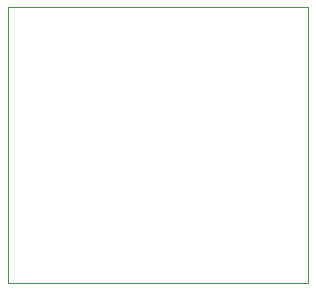
<source format=gko>
%FSLAX24Y24*%
%MOIN*%
G70*
G01*
G75*
G04 Layer_Color=16711935*
%ADD10R,0.0433X0.0394*%
%ADD11R,0.0394X0.0433*%
%ADD12R,0.0827X0.0827*%
%ADD13O,0.0157X0.0094*%
%ADD14O,0.0094X0.0157*%
%ADD15C,0.0100*%
%ADD16C,0.1969*%
%ADD17C,0.0591*%
%ADD18C,0.0394*%
%ADD19C,0.0240*%
%ADD20R,0.0299X0.2835*%
%ADD21C,0.0098*%
%ADD22C,0.0005*%
%ADD23C,0.0020*%
%ADD24C,0.0060*%
%ADD25R,0.0513X0.0474*%
%ADD26R,0.0474X0.0513*%
%ADD27R,0.0907X0.0907*%
%ADD28O,0.0237X0.0174*%
%ADD29O,0.0174X0.0237*%
%ADD30C,0.2049*%
%ADD31C,0.0671*%
%ADD32C,0.0474*%
%ADD33C,0.0080*%
%ADD34C,0.0320*%
%ADD35R,0.0379X0.2915*%
%ADD36C,0.0039*%
%ADD37C,0.0000*%
D36*
X-1063Y-1063D02*
X8937D01*
X-1063D02*
Y8150D01*
X8937D01*
Y-1063D02*
Y8150D01*
D37*
X8150Y-1063D02*
X8937D01*
M02*

</source>
